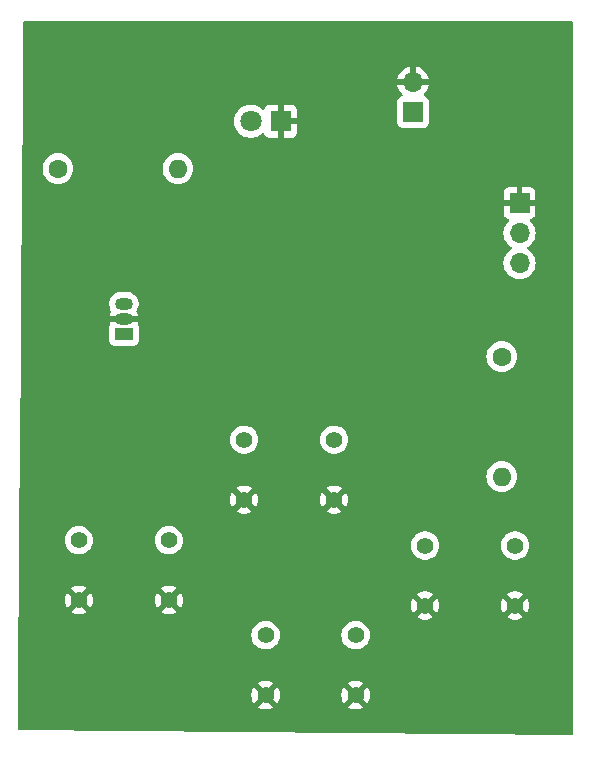
<source format=gbl>
G04 #@! TF.GenerationSoftware,KiCad,Pcbnew,8.0.1*
G04 #@! TF.CreationDate,2024-05-12T13:49:03-04:00*
G04 #@! TF.ProjectId,recyclobot,72656379-636c-46f6-926f-742e6b696361,rev?*
G04 #@! TF.SameCoordinates,Original*
G04 #@! TF.FileFunction,Copper,L2,Bot*
G04 #@! TF.FilePolarity,Positive*
%FSLAX46Y46*%
G04 Gerber Fmt 4.6, Leading zero omitted, Abs format (unit mm)*
G04 Created by KiCad (PCBNEW 8.0.1) date 2024-05-12 13:49:03*
%MOMM*%
%LPD*%
G01*
G04 APERTURE LIST*
G04 #@! TA.AperFunction,ComponentPad*
%ADD10R,1.700000X1.700000*%
G04 #@! TD*
G04 #@! TA.AperFunction,ComponentPad*
%ADD11O,1.700000X1.700000*%
G04 #@! TD*
G04 #@! TA.AperFunction,ComponentPad*
%ADD12R,1.500000X1.050000*%
G04 #@! TD*
G04 #@! TA.AperFunction,ComponentPad*
%ADD13O,1.500000X1.050000*%
G04 #@! TD*
G04 #@! TA.AperFunction,ComponentPad*
%ADD14C,1.397000*%
G04 #@! TD*
G04 #@! TA.AperFunction,ComponentPad*
%ADD15O,1.600000X1.600000*%
G04 #@! TD*
G04 #@! TA.AperFunction,ComponentPad*
%ADD16C,1.600000*%
G04 #@! TD*
G04 #@! TA.AperFunction,ComponentPad*
%ADD17R,1.800000X1.800000*%
G04 #@! TD*
G04 #@! TA.AperFunction,ComponentPad*
%ADD18C,1.800000*%
G04 #@! TD*
G04 #@! TA.AperFunction,ViaPad*
%ADD19C,0.600000*%
G04 #@! TD*
G04 APERTURE END LIST*
D10*
X174000000Y-75420000D03*
D11*
X174000000Y-77960000D03*
X174000000Y-80500000D03*
D10*
X165000000Y-67725000D03*
D11*
X165000000Y-65185000D03*
D12*
X140500000Y-86500000D03*
D13*
X140500000Y-85230000D03*
X140500000Y-83960000D03*
D14*
X166000000Y-104420000D03*
X173620000Y-104420000D03*
X166000000Y-109500000D03*
X173620000Y-109500000D03*
X150690000Y-95460000D03*
X158310000Y-95460000D03*
X150690000Y-100540000D03*
X158310000Y-100540000D03*
X152500000Y-112000000D03*
X160120000Y-112000000D03*
X152500000Y-117080000D03*
X160120000Y-117080000D03*
X136690000Y-103960000D03*
X144310000Y-103960000D03*
X136690000Y-109040000D03*
X144310000Y-109040000D03*
D15*
X145080000Y-72500000D03*
D16*
X134920000Y-72500000D03*
X172500000Y-88420000D03*
D15*
X172500000Y-98580000D03*
D17*
X153775000Y-68500000D03*
D18*
X151235000Y-68500000D03*
D19*
X159500000Y-93000000D03*
X147000000Y-117000000D03*
X159000000Y-74000000D03*
X137000000Y-95000000D03*
X172000000Y-117500000D03*
X136500000Y-117000000D03*
X138500000Y-65000000D03*
X175500000Y-67500000D03*
G04 #@! TA.AperFunction,Conductor*
G36*
X178442539Y-60020185D02*
G01*
X178488294Y-60072989D01*
X178499500Y-60124500D01*
X178499500Y-120368959D01*
X178479815Y-120435998D01*
X178427011Y-120481753D01*
X178374208Y-120492952D01*
X131628294Y-120006017D01*
X131561464Y-119985635D01*
X131516261Y-119932358D01*
X131505590Y-119881008D01*
X131523356Y-117713626D01*
X131528550Y-117080000D01*
X151296366Y-117080000D01*
X151316859Y-117301166D01*
X151316860Y-117301168D01*
X151377643Y-117514798D01*
X151377649Y-117514813D01*
X151476652Y-117713636D01*
X151492208Y-117734236D01*
X152093600Y-117132845D01*
X152093600Y-117133504D01*
X152121295Y-117236865D01*
X152174799Y-117329536D01*
X152250464Y-117405201D01*
X152343135Y-117458705D01*
X152446496Y-117486400D01*
X152447153Y-117486400D01*
X151847761Y-118085790D01*
X151847762Y-118085791D01*
X151963490Y-118157447D01*
X151963496Y-118157450D01*
X152170607Y-118237684D01*
X152388945Y-118278500D01*
X152611055Y-118278500D01*
X152829392Y-118237684D01*
X153036505Y-118157449D01*
X153036506Y-118157448D01*
X153152237Y-118085790D01*
X152552848Y-117486400D01*
X152553504Y-117486400D01*
X152656865Y-117458705D01*
X152749536Y-117405201D01*
X152825201Y-117329536D01*
X152878705Y-117236865D01*
X152906400Y-117133504D01*
X152906400Y-117132846D01*
X153507790Y-117734236D01*
X153523348Y-117713634D01*
X153523353Y-117713626D01*
X153622350Y-117514813D01*
X153622356Y-117514798D01*
X153683139Y-117301168D01*
X153683140Y-117301166D01*
X153703634Y-117080000D01*
X158916366Y-117080000D01*
X158936859Y-117301166D01*
X158936860Y-117301168D01*
X158997643Y-117514798D01*
X158997649Y-117514813D01*
X159096652Y-117713636D01*
X159112208Y-117734236D01*
X159713600Y-117132844D01*
X159713600Y-117133504D01*
X159741295Y-117236865D01*
X159794799Y-117329536D01*
X159870464Y-117405201D01*
X159963135Y-117458705D01*
X160066496Y-117486400D01*
X160067153Y-117486400D01*
X159467761Y-118085790D01*
X159467762Y-118085791D01*
X159583490Y-118157447D01*
X159583496Y-118157450D01*
X159790607Y-118237684D01*
X160008945Y-118278500D01*
X160231055Y-118278500D01*
X160449392Y-118237684D01*
X160656505Y-118157449D01*
X160656506Y-118157448D01*
X160772237Y-118085790D01*
X160172848Y-117486400D01*
X160173504Y-117486400D01*
X160276865Y-117458705D01*
X160369536Y-117405201D01*
X160445201Y-117329536D01*
X160498705Y-117236865D01*
X160526400Y-117133504D01*
X160526400Y-117132846D01*
X161127790Y-117734236D01*
X161143348Y-117713634D01*
X161143353Y-117713626D01*
X161242350Y-117514813D01*
X161242356Y-117514798D01*
X161303139Y-117301168D01*
X161303140Y-117301166D01*
X161323634Y-117080000D01*
X161323634Y-117079999D01*
X161303140Y-116858833D01*
X161303139Y-116858831D01*
X161242356Y-116645201D01*
X161242350Y-116645186D01*
X161143353Y-116446374D01*
X161143348Y-116446367D01*
X161127789Y-116425762D01*
X160526400Y-117027151D01*
X160526400Y-117026496D01*
X160498705Y-116923135D01*
X160445201Y-116830464D01*
X160369536Y-116754799D01*
X160276865Y-116701295D01*
X160173504Y-116673600D01*
X160172847Y-116673600D01*
X160772237Y-116074208D01*
X160772236Y-116074207D01*
X160656509Y-116002552D01*
X160656503Y-116002549D01*
X160449392Y-115922315D01*
X160231055Y-115881500D01*
X160008945Y-115881500D01*
X159790607Y-115922315D01*
X159583495Y-116002550D01*
X159467761Y-116074208D01*
X160067154Y-116673600D01*
X160066496Y-116673600D01*
X159963135Y-116701295D01*
X159870464Y-116754799D01*
X159794799Y-116830464D01*
X159741295Y-116923135D01*
X159713600Y-117026496D01*
X159713600Y-117027153D01*
X159112209Y-116425762D01*
X159096651Y-116446365D01*
X158997649Y-116645186D01*
X158997643Y-116645201D01*
X158936860Y-116858831D01*
X158936859Y-116858833D01*
X158916366Y-117079999D01*
X158916366Y-117080000D01*
X153703634Y-117080000D01*
X153703634Y-117079999D01*
X153683140Y-116858833D01*
X153683139Y-116858831D01*
X153622356Y-116645201D01*
X153622350Y-116645186D01*
X153523353Y-116446374D01*
X153523348Y-116446367D01*
X153507789Y-116425762D01*
X152906400Y-117027151D01*
X152906400Y-117026496D01*
X152878705Y-116923135D01*
X152825201Y-116830464D01*
X152749536Y-116754799D01*
X152656865Y-116701295D01*
X152553504Y-116673600D01*
X152552847Y-116673600D01*
X153152237Y-116074208D01*
X153152236Y-116074207D01*
X153036509Y-116002552D01*
X153036503Y-116002549D01*
X152829392Y-115922315D01*
X152611055Y-115881500D01*
X152388945Y-115881500D01*
X152170607Y-115922315D01*
X151963495Y-116002550D01*
X151847761Y-116074208D01*
X152447154Y-116673600D01*
X152446496Y-116673600D01*
X152343135Y-116701295D01*
X152250464Y-116754799D01*
X152174799Y-116830464D01*
X152121295Y-116923135D01*
X152093600Y-117026496D01*
X152093600Y-117027153D01*
X151492209Y-116425762D01*
X151476651Y-116446365D01*
X151377649Y-116645186D01*
X151377643Y-116645201D01*
X151316860Y-116858831D01*
X151316859Y-116858833D01*
X151296366Y-117079999D01*
X151296366Y-117080000D01*
X131528550Y-117080000D01*
X131570189Y-112000000D01*
X151295863Y-112000000D01*
X151316365Y-112221259D01*
X151316366Y-112221261D01*
X151377174Y-112434979D01*
X151377180Y-112434994D01*
X151476222Y-112633896D01*
X151610133Y-112811224D01*
X151774344Y-112960921D01*
X151774346Y-112960923D01*
X151963266Y-113077897D01*
X151963272Y-113077900D01*
X151992206Y-113089109D01*
X152170472Y-113158170D01*
X152388896Y-113199000D01*
X152388899Y-113199000D01*
X152611101Y-113199000D01*
X152611104Y-113199000D01*
X152829528Y-113158170D01*
X153036730Y-113077899D01*
X153225655Y-112960922D01*
X153389868Y-112811222D01*
X153523778Y-112633896D01*
X153622824Y-112434984D01*
X153683634Y-112221260D01*
X153704137Y-112000000D01*
X158915863Y-112000000D01*
X158936365Y-112221259D01*
X158936366Y-112221261D01*
X158997174Y-112434979D01*
X158997180Y-112434994D01*
X159096222Y-112633896D01*
X159230133Y-112811224D01*
X159394344Y-112960921D01*
X159394346Y-112960923D01*
X159583266Y-113077897D01*
X159583272Y-113077900D01*
X159612206Y-113089109D01*
X159790472Y-113158170D01*
X160008896Y-113199000D01*
X160008899Y-113199000D01*
X160231101Y-113199000D01*
X160231104Y-113199000D01*
X160449528Y-113158170D01*
X160656730Y-113077899D01*
X160845655Y-112960922D01*
X161009868Y-112811222D01*
X161143778Y-112633896D01*
X161242824Y-112434984D01*
X161303634Y-112221260D01*
X161324137Y-112000000D01*
X161303634Y-111778740D01*
X161242824Y-111565016D01*
X161143778Y-111366104D01*
X161009868Y-111188778D01*
X161009866Y-111188775D01*
X160845655Y-111039078D01*
X160845653Y-111039076D01*
X160656733Y-110922102D01*
X160656727Y-110922099D01*
X160549080Y-110880397D01*
X160449528Y-110841830D01*
X160231104Y-110801000D01*
X160008896Y-110801000D01*
X159790472Y-110841830D01*
X159740695Y-110861113D01*
X159583272Y-110922099D01*
X159583266Y-110922102D01*
X159394346Y-111039076D01*
X159394344Y-111039078D01*
X159230133Y-111188775D01*
X159096222Y-111366103D01*
X158997180Y-111565005D01*
X158997174Y-111565020D01*
X158936366Y-111778738D01*
X158936365Y-111778740D01*
X158915863Y-111999999D01*
X158915863Y-112000000D01*
X153704137Y-112000000D01*
X153683634Y-111778740D01*
X153622824Y-111565016D01*
X153523778Y-111366104D01*
X153389868Y-111188778D01*
X153389866Y-111188775D01*
X153225655Y-111039078D01*
X153225653Y-111039076D01*
X153036733Y-110922102D01*
X153036727Y-110922099D01*
X152929080Y-110880397D01*
X152829528Y-110841830D01*
X152611104Y-110801000D01*
X152388896Y-110801000D01*
X152170472Y-110841830D01*
X152120695Y-110861113D01*
X151963272Y-110922099D01*
X151963266Y-110922102D01*
X151774346Y-111039076D01*
X151774344Y-111039078D01*
X151610133Y-111188775D01*
X151476222Y-111366103D01*
X151377180Y-111565005D01*
X151377174Y-111565020D01*
X151316366Y-111778738D01*
X151316365Y-111778740D01*
X151295863Y-111999999D01*
X151295863Y-112000000D01*
X131570189Y-112000000D01*
X131594451Y-109040000D01*
X135486366Y-109040000D01*
X135506859Y-109261166D01*
X135506860Y-109261168D01*
X135567643Y-109474798D01*
X135567649Y-109474813D01*
X135666652Y-109673636D01*
X135682208Y-109694236D01*
X136283600Y-109092845D01*
X136283600Y-109093504D01*
X136311295Y-109196865D01*
X136364799Y-109289536D01*
X136440464Y-109365201D01*
X136533135Y-109418705D01*
X136636496Y-109446400D01*
X136637153Y-109446400D01*
X136037761Y-110045790D01*
X136037762Y-110045791D01*
X136153490Y-110117447D01*
X136153496Y-110117450D01*
X136360607Y-110197684D01*
X136578945Y-110238500D01*
X136801055Y-110238500D01*
X137019392Y-110197684D01*
X137226505Y-110117449D01*
X137226506Y-110117448D01*
X137342237Y-110045790D01*
X136742848Y-109446400D01*
X136743504Y-109446400D01*
X136846865Y-109418705D01*
X136939536Y-109365201D01*
X137015201Y-109289536D01*
X137068705Y-109196865D01*
X137096400Y-109093504D01*
X137096400Y-109092846D01*
X137697790Y-109694236D01*
X137713348Y-109673634D01*
X137713353Y-109673626D01*
X137812350Y-109474813D01*
X137812356Y-109474798D01*
X137873139Y-109261168D01*
X137873140Y-109261166D01*
X137893634Y-109040000D01*
X143106366Y-109040000D01*
X143126859Y-109261166D01*
X143126860Y-109261168D01*
X143187643Y-109474798D01*
X143187649Y-109474813D01*
X143286652Y-109673636D01*
X143302208Y-109694236D01*
X143903600Y-109092845D01*
X143903600Y-109093504D01*
X143931295Y-109196865D01*
X143984799Y-109289536D01*
X144060464Y-109365201D01*
X144153135Y-109418705D01*
X144256496Y-109446400D01*
X144257153Y-109446400D01*
X143657761Y-110045790D01*
X143657762Y-110045791D01*
X143773490Y-110117447D01*
X143773496Y-110117450D01*
X143980607Y-110197684D01*
X144198945Y-110238500D01*
X144421055Y-110238500D01*
X144639392Y-110197684D01*
X144846505Y-110117449D01*
X144846506Y-110117448D01*
X144962237Y-110045790D01*
X144362848Y-109446400D01*
X144363504Y-109446400D01*
X144466865Y-109418705D01*
X144559536Y-109365201D01*
X144635201Y-109289536D01*
X144688705Y-109196865D01*
X144716400Y-109093504D01*
X144716400Y-109092846D01*
X145317790Y-109694236D01*
X145333348Y-109673634D01*
X145333353Y-109673626D01*
X145419808Y-109500000D01*
X164796366Y-109500000D01*
X164816859Y-109721166D01*
X164816860Y-109721168D01*
X164877643Y-109934798D01*
X164877649Y-109934813D01*
X164976652Y-110133636D01*
X164992208Y-110154236D01*
X165593600Y-109552845D01*
X165593600Y-109553504D01*
X165621295Y-109656865D01*
X165674799Y-109749536D01*
X165750464Y-109825201D01*
X165843135Y-109878705D01*
X165946496Y-109906400D01*
X165947153Y-109906400D01*
X165347761Y-110505790D01*
X165347762Y-110505791D01*
X165463490Y-110577447D01*
X165463496Y-110577450D01*
X165670607Y-110657684D01*
X165888945Y-110698500D01*
X166111055Y-110698500D01*
X166329392Y-110657684D01*
X166536505Y-110577449D01*
X166536506Y-110577448D01*
X166652237Y-110505790D01*
X166052848Y-109906400D01*
X166053504Y-109906400D01*
X166156865Y-109878705D01*
X166249536Y-109825201D01*
X166325201Y-109749536D01*
X166378705Y-109656865D01*
X166406400Y-109553504D01*
X166406400Y-109552846D01*
X167007790Y-110154236D01*
X167023348Y-110133634D01*
X167023353Y-110133626D01*
X167122350Y-109934813D01*
X167122356Y-109934798D01*
X167183139Y-109721168D01*
X167183140Y-109721166D01*
X167203634Y-109500000D01*
X172416366Y-109500000D01*
X172436859Y-109721166D01*
X172436860Y-109721168D01*
X172497643Y-109934798D01*
X172497649Y-109934813D01*
X172596652Y-110133636D01*
X172612208Y-110154236D01*
X173213600Y-109552845D01*
X173213600Y-109553504D01*
X173241295Y-109656865D01*
X173294799Y-109749536D01*
X173370464Y-109825201D01*
X173463135Y-109878705D01*
X173566496Y-109906400D01*
X173567153Y-109906400D01*
X172967761Y-110505790D01*
X172967762Y-110505791D01*
X173083490Y-110577447D01*
X173083496Y-110577450D01*
X173290607Y-110657684D01*
X173508945Y-110698500D01*
X173731055Y-110698500D01*
X173949392Y-110657684D01*
X174156505Y-110577449D01*
X174156506Y-110577448D01*
X174272237Y-110505790D01*
X173672848Y-109906400D01*
X173673504Y-109906400D01*
X173776865Y-109878705D01*
X173869536Y-109825201D01*
X173945201Y-109749536D01*
X173998705Y-109656865D01*
X174026400Y-109553504D01*
X174026400Y-109552846D01*
X174627790Y-110154236D01*
X174643348Y-110133634D01*
X174643353Y-110133626D01*
X174742350Y-109934813D01*
X174742356Y-109934798D01*
X174803139Y-109721168D01*
X174803140Y-109721166D01*
X174823634Y-109500000D01*
X174823634Y-109499999D01*
X174803140Y-109278833D01*
X174803139Y-109278831D01*
X174742356Y-109065201D01*
X174742350Y-109065186D01*
X174643353Y-108866374D01*
X174643348Y-108866367D01*
X174627789Y-108845762D01*
X174026400Y-109447151D01*
X174026400Y-109446496D01*
X173998705Y-109343135D01*
X173945201Y-109250464D01*
X173869536Y-109174799D01*
X173776865Y-109121295D01*
X173673504Y-109093600D01*
X173672847Y-109093600D01*
X174272237Y-108494208D01*
X174272236Y-108494207D01*
X174156509Y-108422552D01*
X174156503Y-108422549D01*
X173949392Y-108342315D01*
X173731055Y-108301500D01*
X173508945Y-108301500D01*
X173290607Y-108342315D01*
X173083495Y-108422550D01*
X172967761Y-108494208D01*
X173567154Y-109093600D01*
X173566496Y-109093600D01*
X173463135Y-109121295D01*
X173370464Y-109174799D01*
X173294799Y-109250464D01*
X173241295Y-109343135D01*
X173213600Y-109446496D01*
X173213600Y-109447153D01*
X172612209Y-108845762D01*
X172596651Y-108866365D01*
X172497649Y-109065186D01*
X172497643Y-109065201D01*
X172436860Y-109278831D01*
X172436859Y-109278833D01*
X172416366Y-109499999D01*
X172416366Y-109500000D01*
X167203634Y-109500000D01*
X167203634Y-109499999D01*
X167183140Y-109278833D01*
X167183139Y-109278831D01*
X167122356Y-109065201D01*
X167122350Y-109065186D01*
X167023353Y-108866374D01*
X167023348Y-108866367D01*
X167007789Y-108845762D01*
X166406400Y-109447151D01*
X166406400Y-109446496D01*
X166378705Y-109343135D01*
X166325201Y-109250464D01*
X166249536Y-109174799D01*
X166156865Y-109121295D01*
X166053504Y-109093600D01*
X166052847Y-109093600D01*
X166652237Y-108494208D01*
X166652236Y-108494207D01*
X166536509Y-108422552D01*
X166536503Y-108422549D01*
X166329392Y-108342315D01*
X166111055Y-108301500D01*
X165888945Y-108301500D01*
X165670607Y-108342315D01*
X165463495Y-108422550D01*
X165347761Y-108494208D01*
X165947154Y-109093600D01*
X165946496Y-109093600D01*
X165843135Y-109121295D01*
X165750464Y-109174799D01*
X165674799Y-109250464D01*
X165621295Y-109343135D01*
X165593600Y-109446496D01*
X165593600Y-109447153D01*
X164992209Y-108845762D01*
X164976651Y-108866365D01*
X164877649Y-109065186D01*
X164877643Y-109065201D01*
X164816860Y-109278831D01*
X164816859Y-109278833D01*
X164796366Y-109499999D01*
X164796366Y-109500000D01*
X145419808Y-109500000D01*
X145432350Y-109474813D01*
X145432356Y-109474798D01*
X145493139Y-109261168D01*
X145493140Y-109261166D01*
X145513634Y-109040000D01*
X145513634Y-109039999D01*
X145493140Y-108818833D01*
X145493139Y-108818831D01*
X145432356Y-108605201D01*
X145432350Y-108605186D01*
X145333353Y-108406374D01*
X145333348Y-108406367D01*
X145317789Y-108385762D01*
X144716400Y-108987151D01*
X144716400Y-108986496D01*
X144688705Y-108883135D01*
X144635201Y-108790464D01*
X144559536Y-108714799D01*
X144466865Y-108661295D01*
X144363504Y-108633600D01*
X144362847Y-108633600D01*
X144962237Y-108034208D01*
X144962236Y-108034207D01*
X144846509Y-107962552D01*
X144846503Y-107962549D01*
X144639392Y-107882315D01*
X144421055Y-107841500D01*
X144198945Y-107841500D01*
X143980607Y-107882315D01*
X143773495Y-107962550D01*
X143657761Y-108034208D01*
X144257154Y-108633600D01*
X144256496Y-108633600D01*
X144153135Y-108661295D01*
X144060464Y-108714799D01*
X143984799Y-108790464D01*
X143931295Y-108883135D01*
X143903600Y-108986496D01*
X143903600Y-108987153D01*
X143302209Y-108385762D01*
X143286651Y-108406365D01*
X143187649Y-108605186D01*
X143187643Y-108605201D01*
X143126860Y-108818831D01*
X143126859Y-108818833D01*
X143106366Y-109039999D01*
X143106366Y-109040000D01*
X137893634Y-109040000D01*
X137893634Y-109039999D01*
X137873140Y-108818833D01*
X137873139Y-108818831D01*
X137812356Y-108605201D01*
X137812350Y-108605186D01*
X137713353Y-108406374D01*
X137713348Y-108406367D01*
X137697789Y-108385762D01*
X137096400Y-108987151D01*
X137096400Y-108986496D01*
X137068705Y-108883135D01*
X137015201Y-108790464D01*
X136939536Y-108714799D01*
X136846865Y-108661295D01*
X136743504Y-108633600D01*
X136742847Y-108633600D01*
X137342237Y-108034208D01*
X137342236Y-108034207D01*
X137226509Y-107962552D01*
X137226503Y-107962549D01*
X137019392Y-107882315D01*
X136801055Y-107841500D01*
X136578945Y-107841500D01*
X136360607Y-107882315D01*
X136153495Y-107962550D01*
X136037761Y-108034208D01*
X136637154Y-108633600D01*
X136636496Y-108633600D01*
X136533135Y-108661295D01*
X136440464Y-108714799D01*
X136364799Y-108790464D01*
X136311295Y-108883135D01*
X136283600Y-108986496D01*
X136283600Y-108987153D01*
X135682209Y-108385762D01*
X135666651Y-108406365D01*
X135567649Y-108605186D01*
X135567643Y-108605201D01*
X135506860Y-108818831D01*
X135506859Y-108818833D01*
X135486366Y-109039999D01*
X135486366Y-109040000D01*
X131594451Y-109040000D01*
X131636090Y-103960000D01*
X135485863Y-103960000D01*
X135506365Y-104181259D01*
X135506366Y-104181261D01*
X135567174Y-104394979D01*
X135567180Y-104394994D01*
X135666222Y-104593896D01*
X135800133Y-104771224D01*
X135964344Y-104920921D01*
X135964346Y-104920923D01*
X136153266Y-105037897D01*
X136153272Y-105037900D01*
X136182206Y-105049109D01*
X136360472Y-105118170D01*
X136578896Y-105159000D01*
X136578899Y-105159000D01*
X136801101Y-105159000D01*
X136801104Y-105159000D01*
X137019528Y-105118170D01*
X137226730Y-105037899D01*
X137415655Y-104920922D01*
X137579868Y-104771222D01*
X137713778Y-104593896D01*
X137812824Y-104394984D01*
X137873634Y-104181260D01*
X137894137Y-103960000D01*
X143105863Y-103960000D01*
X143126365Y-104181259D01*
X143126366Y-104181261D01*
X143187174Y-104394979D01*
X143187180Y-104394994D01*
X143286222Y-104593896D01*
X143420133Y-104771224D01*
X143584344Y-104920921D01*
X143584346Y-104920923D01*
X143773266Y-105037897D01*
X143773272Y-105037900D01*
X143802206Y-105049109D01*
X143980472Y-105118170D01*
X144198896Y-105159000D01*
X144198899Y-105159000D01*
X144421101Y-105159000D01*
X144421104Y-105159000D01*
X144639528Y-105118170D01*
X144846730Y-105037899D01*
X145035655Y-104920922D01*
X145199868Y-104771222D01*
X145333778Y-104593896D01*
X145420368Y-104420000D01*
X164795863Y-104420000D01*
X164816365Y-104641259D01*
X164816366Y-104641261D01*
X164877174Y-104854979D01*
X164877180Y-104854994D01*
X164976222Y-105053896D01*
X165110133Y-105231224D01*
X165274344Y-105380921D01*
X165274346Y-105380923D01*
X165463266Y-105497897D01*
X165463272Y-105497900D01*
X165492206Y-105509109D01*
X165670472Y-105578170D01*
X165888896Y-105619000D01*
X165888899Y-105619000D01*
X166111101Y-105619000D01*
X166111104Y-105619000D01*
X166329528Y-105578170D01*
X166536730Y-105497899D01*
X166725655Y-105380922D01*
X166889868Y-105231222D01*
X167023778Y-105053896D01*
X167122824Y-104854984D01*
X167183634Y-104641260D01*
X167204137Y-104420000D01*
X172415863Y-104420000D01*
X172436365Y-104641259D01*
X172436366Y-104641261D01*
X172497174Y-104854979D01*
X172497180Y-104854994D01*
X172596222Y-105053896D01*
X172730133Y-105231224D01*
X172894344Y-105380921D01*
X172894346Y-105380923D01*
X173083266Y-105497897D01*
X173083272Y-105497900D01*
X173112206Y-105509109D01*
X173290472Y-105578170D01*
X173508896Y-105619000D01*
X173508899Y-105619000D01*
X173731101Y-105619000D01*
X173731104Y-105619000D01*
X173949528Y-105578170D01*
X174156730Y-105497899D01*
X174345655Y-105380922D01*
X174509868Y-105231222D01*
X174643778Y-105053896D01*
X174742824Y-104854984D01*
X174803634Y-104641260D01*
X174824137Y-104420000D01*
X174821818Y-104394979D01*
X174803634Y-104198740D01*
X174803633Y-104198738D01*
X174798660Y-104181261D01*
X174742824Y-103985016D01*
X174643778Y-103786104D01*
X174509868Y-103608778D01*
X174509866Y-103608775D01*
X174345655Y-103459078D01*
X174345653Y-103459076D01*
X174156733Y-103342102D01*
X174156727Y-103342099D01*
X174049080Y-103300397D01*
X173949528Y-103261830D01*
X173731104Y-103221000D01*
X173508896Y-103221000D01*
X173290472Y-103261830D01*
X173240695Y-103281113D01*
X173083272Y-103342099D01*
X173083266Y-103342102D01*
X172894346Y-103459076D01*
X172894344Y-103459078D01*
X172730133Y-103608775D01*
X172596222Y-103786103D01*
X172497180Y-103985005D01*
X172497174Y-103985020D01*
X172436366Y-104198738D01*
X172436365Y-104198740D01*
X172415863Y-104419999D01*
X172415863Y-104420000D01*
X167204137Y-104420000D01*
X167201818Y-104394979D01*
X167183634Y-104198740D01*
X167183633Y-104198738D01*
X167178660Y-104181261D01*
X167122824Y-103985016D01*
X167023778Y-103786104D01*
X166889868Y-103608778D01*
X166889866Y-103608775D01*
X166725655Y-103459078D01*
X166725653Y-103459076D01*
X166536733Y-103342102D01*
X166536727Y-103342099D01*
X166429080Y-103300397D01*
X166329528Y-103261830D01*
X166111104Y-103221000D01*
X165888896Y-103221000D01*
X165670472Y-103261830D01*
X165620695Y-103281113D01*
X165463272Y-103342099D01*
X165463266Y-103342102D01*
X165274346Y-103459076D01*
X165274344Y-103459078D01*
X165110133Y-103608775D01*
X164976222Y-103786103D01*
X164877180Y-103985005D01*
X164877174Y-103985020D01*
X164816366Y-104198738D01*
X164816365Y-104198740D01*
X164795863Y-104419999D01*
X164795863Y-104420000D01*
X145420368Y-104420000D01*
X145432824Y-104394984D01*
X145493634Y-104181260D01*
X145514137Y-103960000D01*
X145493634Y-103738740D01*
X145432824Y-103525016D01*
X145333778Y-103326104D01*
X145199868Y-103148778D01*
X145199866Y-103148775D01*
X145035655Y-102999078D01*
X145035653Y-102999076D01*
X144846733Y-102882102D01*
X144846727Y-102882099D01*
X144739080Y-102840397D01*
X144639528Y-102801830D01*
X144421104Y-102761000D01*
X144198896Y-102761000D01*
X143980472Y-102801830D01*
X143930695Y-102821113D01*
X143773272Y-102882099D01*
X143773266Y-102882102D01*
X143584346Y-102999076D01*
X143584344Y-102999078D01*
X143420133Y-103148775D01*
X143286222Y-103326103D01*
X143187180Y-103525005D01*
X143187174Y-103525020D01*
X143126366Y-103738738D01*
X143126365Y-103738740D01*
X143105863Y-103959999D01*
X143105863Y-103960000D01*
X137894137Y-103960000D01*
X137873634Y-103738740D01*
X137812824Y-103525016D01*
X137713778Y-103326104D01*
X137579868Y-103148778D01*
X137579866Y-103148775D01*
X137415655Y-102999078D01*
X137415653Y-102999076D01*
X137226733Y-102882102D01*
X137226727Y-102882099D01*
X137119080Y-102840397D01*
X137019528Y-102801830D01*
X136801104Y-102761000D01*
X136578896Y-102761000D01*
X136360472Y-102801830D01*
X136310695Y-102821113D01*
X136153272Y-102882099D01*
X136153266Y-102882102D01*
X135964346Y-102999076D01*
X135964344Y-102999078D01*
X135800133Y-103148775D01*
X135666222Y-103326103D01*
X135567180Y-103525005D01*
X135567174Y-103525020D01*
X135506366Y-103738738D01*
X135506365Y-103738740D01*
X135485863Y-103959999D01*
X135485863Y-103960000D01*
X131636090Y-103960000D01*
X131664123Y-100540000D01*
X149486366Y-100540000D01*
X149506859Y-100761166D01*
X149506860Y-100761168D01*
X149567643Y-100974798D01*
X149567649Y-100974813D01*
X149666652Y-101173636D01*
X149682208Y-101194236D01*
X150283600Y-100592845D01*
X150283600Y-100593504D01*
X150311295Y-100696865D01*
X150364799Y-100789536D01*
X150440464Y-100865201D01*
X150533135Y-100918705D01*
X150636496Y-100946400D01*
X150637153Y-100946400D01*
X150037761Y-101545790D01*
X150037762Y-101545791D01*
X150153490Y-101617447D01*
X150153496Y-101617450D01*
X150360607Y-101697684D01*
X150578945Y-101738500D01*
X150801055Y-101738500D01*
X151019392Y-101697684D01*
X151226505Y-101617449D01*
X151226506Y-101617448D01*
X151342237Y-101545790D01*
X150742848Y-100946400D01*
X150743504Y-100946400D01*
X150846865Y-100918705D01*
X150939536Y-100865201D01*
X151015201Y-100789536D01*
X151068705Y-100696865D01*
X151096400Y-100593504D01*
X151096400Y-100592846D01*
X151697790Y-101194236D01*
X151713348Y-101173634D01*
X151713353Y-101173626D01*
X151812350Y-100974813D01*
X151812356Y-100974798D01*
X151873139Y-100761168D01*
X151873140Y-100761166D01*
X151893634Y-100540000D01*
X157106366Y-100540000D01*
X157126859Y-100761166D01*
X157126860Y-100761168D01*
X157187643Y-100974798D01*
X157187649Y-100974813D01*
X157286652Y-101173636D01*
X157302208Y-101194236D01*
X157903600Y-100592845D01*
X157903600Y-100593504D01*
X157931295Y-100696865D01*
X157984799Y-100789536D01*
X158060464Y-100865201D01*
X158153135Y-100918705D01*
X158256496Y-100946400D01*
X158257153Y-100946400D01*
X157657761Y-101545790D01*
X157657762Y-101545791D01*
X157773490Y-101617447D01*
X157773496Y-101617450D01*
X157980607Y-101697684D01*
X158198945Y-101738500D01*
X158421055Y-101738500D01*
X158639392Y-101697684D01*
X158846505Y-101617449D01*
X158846506Y-101617448D01*
X158962237Y-101545790D01*
X158362848Y-100946400D01*
X158363504Y-100946400D01*
X158466865Y-100918705D01*
X158559536Y-100865201D01*
X158635201Y-100789536D01*
X158688705Y-100696865D01*
X158716400Y-100593504D01*
X158716400Y-100592846D01*
X159317790Y-101194236D01*
X159333348Y-101173634D01*
X159333353Y-101173626D01*
X159432350Y-100974813D01*
X159432356Y-100974798D01*
X159493139Y-100761168D01*
X159493140Y-100761166D01*
X159513634Y-100540000D01*
X159513634Y-100539999D01*
X159493140Y-100318833D01*
X159493139Y-100318831D01*
X159432356Y-100105201D01*
X159432350Y-100105186D01*
X159333353Y-99906374D01*
X159333348Y-99906367D01*
X159317789Y-99885762D01*
X158716400Y-100487151D01*
X158716400Y-100486496D01*
X158688705Y-100383135D01*
X158635201Y-100290464D01*
X158559536Y-100214799D01*
X158466865Y-100161295D01*
X158363504Y-100133600D01*
X158362847Y-100133600D01*
X158962237Y-99534208D01*
X158962236Y-99534207D01*
X158846509Y-99462552D01*
X158846503Y-99462549D01*
X158639392Y-99382315D01*
X158421055Y-99341500D01*
X158198945Y-99341500D01*
X157980607Y-99382315D01*
X157773495Y-99462550D01*
X157657761Y-99534208D01*
X158257154Y-100133600D01*
X158256496Y-100133600D01*
X158153135Y-100161295D01*
X158060464Y-100214799D01*
X157984799Y-100290464D01*
X157931295Y-100383135D01*
X157903600Y-100486496D01*
X157903600Y-100487153D01*
X157302209Y-99885762D01*
X157286651Y-99906365D01*
X157187649Y-100105186D01*
X157187643Y-100105201D01*
X157126860Y-100318831D01*
X157126859Y-100318833D01*
X157106366Y-100539999D01*
X157106366Y-100540000D01*
X151893634Y-100540000D01*
X151893634Y-100539999D01*
X151873140Y-100318833D01*
X151873139Y-100318831D01*
X151812356Y-100105201D01*
X151812350Y-100105186D01*
X151713353Y-99906374D01*
X151713348Y-99906367D01*
X151697789Y-99885762D01*
X151096400Y-100487151D01*
X151096400Y-100486496D01*
X151068705Y-100383135D01*
X151015201Y-100290464D01*
X150939536Y-100214799D01*
X150846865Y-100161295D01*
X150743504Y-100133600D01*
X150742847Y-100133600D01*
X151342237Y-99534208D01*
X151342236Y-99534207D01*
X151226509Y-99462552D01*
X151226503Y-99462549D01*
X151019392Y-99382315D01*
X150801055Y-99341500D01*
X150578945Y-99341500D01*
X150360607Y-99382315D01*
X150153495Y-99462550D01*
X150037761Y-99534208D01*
X150637154Y-100133600D01*
X150636496Y-100133600D01*
X150533135Y-100161295D01*
X150440464Y-100214799D01*
X150364799Y-100290464D01*
X150311295Y-100383135D01*
X150283600Y-100486496D01*
X150283600Y-100487153D01*
X149682209Y-99885762D01*
X149666651Y-99906365D01*
X149567649Y-100105186D01*
X149567643Y-100105201D01*
X149506860Y-100318831D01*
X149506859Y-100318833D01*
X149486366Y-100539999D01*
X149486366Y-100540000D01*
X131664123Y-100540000D01*
X131680188Y-98580001D01*
X171194532Y-98580001D01*
X171214364Y-98806686D01*
X171214366Y-98806697D01*
X171273258Y-99026488D01*
X171273261Y-99026497D01*
X171369431Y-99232732D01*
X171369432Y-99232734D01*
X171499954Y-99419141D01*
X171660858Y-99580045D01*
X171660861Y-99580047D01*
X171847266Y-99710568D01*
X172053504Y-99806739D01*
X172273308Y-99865635D01*
X172435230Y-99879801D01*
X172499998Y-99885468D01*
X172500000Y-99885468D01*
X172500002Y-99885468D01*
X172556673Y-99880509D01*
X172726692Y-99865635D01*
X172946496Y-99806739D01*
X173152734Y-99710568D01*
X173339139Y-99580047D01*
X173500047Y-99419139D01*
X173630568Y-99232734D01*
X173726739Y-99026496D01*
X173785635Y-98806692D01*
X173805468Y-98580000D01*
X173785635Y-98353308D01*
X173726739Y-98133504D01*
X173630568Y-97927266D01*
X173500047Y-97740861D01*
X173500045Y-97740858D01*
X173339141Y-97579954D01*
X173152734Y-97449432D01*
X173152732Y-97449431D01*
X172946497Y-97353261D01*
X172946488Y-97353258D01*
X172726697Y-97294366D01*
X172726693Y-97294365D01*
X172726692Y-97294365D01*
X172726691Y-97294364D01*
X172726686Y-97294364D01*
X172500002Y-97274532D01*
X172499998Y-97274532D01*
X172273313Y-97294364D01*
X172273302Y-97294366D01*
X172053511Y-97353258D01*
X172053502Y-97353261D01*
X171847267Y-97449431D01*
X171847265Y-97449432D01*
X171660858Y-97579954D01*
X171499954Y-97740858D01*
X171369432Y-97927265D01*
X171369431Y-97927267D01*
X171273261Y-98133502D01*
X171273258Y-98133511D01*
X171214366Y-98353302D01*
X171214364Y-98353313D01*
X171194532Y-98579998D01*
X171194532Y-98580001D01*
X131680188Y-98580001D01*
X131705762Y-95460000D01*
X149485863Y-95460000D01*
X149506365Y-95681259D01*
X149506366Y-95681261D01*
X149567174Y-95894979D01*
X149567180Y-95894994D01*
X149666222Y-96093896D01*
X149800133Y-96271224D01*
X149964344Y-96420921D01*
X149964346Y-96420923D01*
X150153266Y-96537897D01*
X150153272Y-96537900D01*
X150182206Y-96549109D01*
X150360472Y-96618170D01*
X150578896Y-96659000D01*
X150578899Y-96659000D01*
X150801101Y-96659000D01*
X150801104Y-96659000D01*
X151019528Y-96618170D01*
X151226730Y-96537899D01*
X151415655Y-96420922D01*
X151579868Y-96271222D01*
X151713778Y-96093896D01*
X151812824Y-95894984D01*
X151873634Y-95681260D01*
X151894137Y-95460000D01*
X157105863Y-95460000D01*
X157126365Y-95681259D01*
X157126366Y-95681261D01*
X157187174Y-95894979D01*
X157187180Y-95894994D01*
X157286222Y-96093896D01*
X157420133Y-96271224D01*
X157584344Y-96420921D01*
X157584346Y-96420923D01*
X157773266Y-96537897D01*
X157773272Y-96537900D01*
X157802206Y-96549109D01*
X157980472Y-96618170D01*
X158198896Y-96659000D01*
X158198899Y-96659000D01*
X158421101Y-96659000D01*
X158421104Y-96659000D01*
X158639528Y-96618170D01*
X158846730Y-96537899D01*
X159035655Y-96420922D01*
X159199868Y-96271222D01*
X159333778Y-96093896D01*
X159432824Y-95894984D01*
X159493634Y-95681260D01*
X159514137Y-95460000D01*
X159493634Y-95238740D01*
X159432824Y-95025016D01*
X159333778Y-94826104D01*
X159199868Y-94648778D01*
X159199866Y-94648775D01*
X159035655Y-94499078D01*
X159035653Y-94499076D01*
X158846733Y-94382102D01*
X158846727Y-94382099D01*
X158739080Y-94340397D01*
X158639528Y-94301830D01*
X158421104Y-94261000D01*
X158198896Y-94261000D01*
X157980472Y-94301830D01*
X157930695Y-94321113D01*
X157773272Y-94382099D01*
X157773266Y-94382102D01*
X157584346Y-94499076D01*
X157584344Y-94499078D01*
X157420133Y-94648775D01*
X157286222Y-94826103D01*
X157187180Y-95025005D01*
X157187174Y-95025020D01*
X157126366Y-95238738D01*
X157126365Y-95238740D01*
X157105863Y-95459999D01*
X157105863Y-95460000D01*
X151894137Y-95460000D01*
X151873634Y-95238740D01*
X151812824Y-95025016D01*
X151713778Y-94826104D01*
X151579868Y-94648778D01*
X151579866Y-94648775D01*
X151415655Y-94499078D01*
X151415653Y-94499076D01*
X151226733Y-94382102D01*
X151226727Y-94382099D01*
X151119080Y-94340397D01*
X151019528Y-94301830D01*
X150801104Y-94261000D01*
X150578896Y-94261000D01*
X150360472Y-94301830D01*
X150310695Y-94321113D01*
X150153272Y-94382099D01*
X150153266Y-94382102D01*
X149964346Y-94499076D01*
X149964344Y-94499078D01*
X149800133Y-94648775D01*
X149666222Y-94826103D01*
X149567180Y-95025005D01*
X149567174Y-95025020D01*
X149506366Y-95238738D01*
X149506365Y-95238740D01*
X149485863Y-95459999D01*
X149485863Y-95460000D01*
X131705762Y-95460000D01*
X131763467Y-88420001D01*
X171194532Y-88420001D01*
X171214364Y-88646686D01*
X171214366Y-88646697D01*
X171273258Y-88866488D01*
X171273261Y-88866497D01*
X171369431Y-89072732D01*
X171369432Y-89072734D01*
X171499954Y-89259141D01*
X171660858Y-89420045D01*
X171660861Y-89420047D01*
X171847266Y-89550568D01*
X172053504Y-89646739D01*
X172273308Y-89705635D01*
X172435230Y-89719801D01*
X172499998Y-89725468D01*
X172500000Y-89725468D01*
X172500002Y-89725468D01*
X172556673Y-89720509D01*
X172726692Y-89705635D01*
X172946496Y-89646739D01*
X173152734Y-89550568D01*
X173339139Y-89420047D01*
X173500047Y-89259139D01*
X173630568Y-89072734D01*
X173726739Y-88866496D01*
X173785635Y-88646692D01*
X173805468Y-88420000D01*
X173785635Y-88193308D01*
X173726739Y-87973504D01*
X173630568Y-87767266D01*
X173500047Y-87580861D01*
X173500045Y-87580858D01*
X173339141Y-87419954D01*
X173152734Y-87289432D01*
X173152732Y-87289431D01*
X172946497Y-87193261D01*
X172946488Y-87193258D01*
X172726697Y-87134366D01*
X172726693Y-87134365D01*
X172726692Y-87134365D01*
X172726691Y-87134364D01*
X172726686Y-87134364D01*
X172500002Y-87114532D01*
X172499998Y-87114532D01*
X172273313Y-87134364D01*
X172273302Y-87134366D01*
X172053511Y-87193258D01*
X172053502Y-87193261D01*
X171847267Y-87289431D01*
X171847265Y-87289432D01*
X171660858Y-87419954D01*
X171499954Y-87580858D01*
X171369432Y-87767265D01*
X171369431Y-87767267D01*
X171273261Y-87973502D01*
X171273258Y-87973511D01*
X171214366Y-88193302D01*
X171214364Y-88193313D01*
X171194532Y-88419998D01*
X171194532Y-88420001D01*
X131763467Y-88420001D01*
X131774509Y-87072870D01*
X139249500Y-87072870D01*
X139249501Y-87072876D01*
X139255908Y-87132483D01*
X139306202Y-87267328D01*
X139306206Y-87267335D01*
X139392452Y-87382544D01*
X139392455Y-87382547D01*
X139507664Y-87468793D01*
X139507671Y-87468797D01*
X139642517Y-87519091D01*
X139642516Y-87519091D01*
X139649444Y-87519835D01*
X139702127Y-87525500D01*
X141297872Y-87525499D01*
X141357483Y-87519091D01*
X141492331Y-87468796D01*
X141607546Y-87382546D01*
X141693796Y-87267331D01*
X141744091Y-87132483D01*
X141750500Y-87072873D01*
X141750499Y-85927128D01*
X141744091Y-85867517D01*
X141693797Y-85732671D01*
X141693797Y-85732670D01*
X141693795Y-85732668D01*
X141692618Y-85731095D01*
X141691931Y-85729255D01*
X141689547Y-85724888D01*
X141690175Y-85724544D01*
X141668203Y-85665630D01*
X141677326Y-85609333D01*
X141710610Y-85528978D01*
X141710611Y-85528974D01*
X141720353Y-85480000D01*
X141355671Y-85480000D01*
X141342415Y-85479289D01*
X141297873Y-85474500D01*
X141297872Y-85474500D01*
X140785830Y-85474500D01*
X140800075Y-85460255D01*
X140849444Y-85374745D01*
X140875000Y-85279370D01*
X140875000Y-85180630D01*
X140849444Y-85085255D01*
X140800075Y-84999745D01*
X140785830Y-84985500D01*
X140826004Y-84985500D01*
X140826004Y-84985499D01*
X140839473Y-84982820D01*
X140841674Y-84982383D01*
X140865866Y-84980000D01*
X141720353Y-84980000D01*
X141710612Y-84931025D01*
X141710609Y-84931016D01*
X141633347Y-84744486D01*
X141633343Y-84744479D01*
X141579795Y-84664340D01*
X141558917Y-84597662D01*
X141577401Y-84530282D01*
X141579733Y-84526652D01*
X141633786Y-84445756D01*
X141711091Y-84259127D01*
X141750500Y-84061003D01*
X141750500Y-83858997D01*
X141711091Y-83660873D01*
X141633786Y-83474244D01*
X141633784Y-83474241D01*
X141633782Y-83474237D01*
X141521558Y-83306281D01*
X141378718Y-83163441D01*
X141210762Y-83051217D01*
X141210752Y-83051212D01*
X141024127Y-82973909D01*
X141024119Y-82973907D01*
X140826007Y-82934500D01*
X140826003Y-82934500D01*
X140173997Y-82934500D01*
X140173992Y-82934500D01*
X139975880Y-82973907D01*
X139975872Y-82973909D01*
X139789247Y-83051212D01*
X139789237Y-83051217D01*
X139621281Y-83163441D01*
X139478441Y-83306281D01*
X139366217Y-83474237D01*
X139366212Y-83474247D01*
X139288909Y-83660872D01*
X139288907Y-83660880D01*
X139249500Y-83858992D01*
X139249500Y-84061007D01*
X139288907Y-84259119D01*
X139288909Y-84259127D01*
X139366212Y-84445754D01*
X139420204Y-84526558D01*
X139441081Y-84593235D01*
X139422596Y-84660615D01*
X139420204Y-84664337D01*
X139366655Y-84744479D01*
X139366654Y-84744481D01*
X139289390Y-84931016D01*
X139289387Y-84931025D01*
X139279647Y-84980000D01*
X140134134Y-84980000D01*
X140158326Y-84982383D01*
X140161123Y-84982939D01*
X140173995Y-84985499D01*
X140173996Y-84985500D01*
X140173997Y-84985500D01*
X140214170Y-84985500D01*
X140199925Y-84999745D01*
X140150556Y-85085255D01*
X140125000Y-85180630D01*
X140125000Y-85279370D01*
X140150556Y-85374745D01*
X140199925Y-85460255D01*
X140214170Y-85474500D01*
X139702129Y-85474500D01*
X139702125Y-85474501D01*
X139669577Y-85478000D01*
X139657576Y-85479290D01*
X139644325Y-85480000D01*
X139279647Y-85480000D01*
X139289387Y-85528974D01*
X139289390Y-85528983D01*
X139322673Y-85609335D01*
X139330142Y-85678804D01*
X139310156Y-85724723D01*
X139310454Y-85724886D01*
X139308636Y-85728213D01*
X139307385Y-85731090D01*
X139306206Y-85732664D01*
X139306202Y-85732671D01*
X139255908Y-85867517D01*
X139249501Y-85927116D01*
X139249501Y-85927123D01*
X139249500Y-85927135D01*
X139249500Y-87072870D01*
X131774509Y-87072870D01*
X131828385Y-80500000D01*
X172644341Y-80500000D01*
X172664936Y-80735403D01*
X172664938Y-80735413D01*
X172726094Y-80963655D01*
X172726096Y-80963659D01*
X172726097Y-80963663D01*
X172825965Y-81177830D01*
X172825967Y-81177834D01*
X172934281Y-81332521D01*
X172961505Y-81371401D01*
X173128599Y-81538495D01*
X173225384Y-81606265D01*
X173322165Y-81674032D01*
X173322167Y-81674033D01*
X173322170Y-81674035D01*
X173536337Y-81773903D01*
X173764592Y-81835063D01*
X173952918Y-81851539D01*
X173999999Y-81855659D01*
X174000000Y-81855659D01*
X174000001Y-81855659D01*
X174039234Y-81852226D01*
X174235408Y-81835063D01*
X174463663Y-81773903D01*
X174677830Y-81674035D01*
X174871401Y-81538495D01*
X175038495Y-81371401D01*
X175174035Y-81177830D01*
X175273903Y-80963663D01*
X175335063Y-80735408D01*
X175355659Y-80500000D01*
X175335063Y-80264592D01*
X175273903Y-80036337D01*
X175174035Y-79822171D01*
X175038495Y-79628599D01*
X175038494Y-79628597D01*
X174871402Y-79461506D01*
X174871396Y-79461501D01*
X174685842Y-79331575D01*
X174642217Y-79276998D01*
X174635023Y-79207500D01*
X174666546Y-79145145D01*
X174685842Y-79128425D01*
X174708026Y-79112891D01*
X174871401Y-78998495D01*
X175038495Y-78831401D01*
X175174035Y-78637830D01*
X175273903Y-78423663D01*
X175335063Y-78195408D01*
X175355659Y-77960000D01*
X175335063Y-77724592D01*
X175273903Y-77496337D01*
X175174035Y-77282171D01*
X175038495Y-77088599D01*
X174916179Y-76966283D01*
X174882696Y-76904963D01*
X174887680Y-76835271D01*
X174929551Y-76779337D01*
X174960529Y-76762422D01*
X175092086Y-76713354D01*
X175092093Y-76713350D01*
X175207187Y-76627190D01*
X175207190Y-76627187D01*
X175293350Y-76512093D01*
X175293354Y-76512086D01*
X175343596Y-76377379D01*
X175343598Y-76377372D01*
X175349999Y-76317844D01*
X175350000Y-76317827D01*
X175350000Y-75670000D01*
X174433012Y-75670000D01*
X174465925Y-75612993D01*
X174500000Y-75485826D01*
X174500000Y-75354174D01*
X174465925Y-75227007D01*
X174433012Y-75170000D01*
X175350000Y-75170000D01*
X175350000Y-74522172D01*
X175349999Y-74522155D01*
X175343598Y-74462627D01*
X175343596Y-74462620D01*
X175293354Y-74327913D01*
X175293350Y-74327906D01*
X175207190Y-74212812D01*
X175207187Y-74212809D01*
X175092093Y-74126649D01*
X175092086Y-74126645D01*
X174957379Y-74076403D01*
X174957372Y-74076401D01*
X174897844Y-74070000D01*
X174250000Y-74070000D01*
X174250000Y-74986988D01*
X174192993Y-74954075D01*
X174065826Y-74920000D01*
X173934174Y-74920000D01*
X173807007Y-74954075D01*
X173750000Y-74986988D01*
X173750000Y-74070000D01*
X173102155Y-74070000D01*
X173042627Y-74076401D01*
X173042620Y-74076403D01*
X172907913Y-74126645D01*
X172907906Y-74126649D01*
X172792812Y-74212809D01*
X172792809Y-74212812D01*
X172706649Y-74327906D01*
X172706645Y-74327913D01*
X172656403Y-74462620D01*
X172656401Y-74462627D01*
X172650000Y-74522155D01*
X172650000Y-75170000D01*
X173566988Y-75170000D01*
X173534075Y-75227007D01*
X173500000Y-75354174D01*
X173500000Y-75485826D01*
X173534075Y-75612993D01*
X173566988Y-75670000D01*
X172650000Y-75670000D01*
X172650000Y-76317844D01*
X172656401Y-76377372D01*
X172656403Y-76377379D01*
X172706645Y-76512086D01*
X172706649Y-76512093D01*
X172792809Y-76627187D01*
X172792812Y-76627190D01*
X172907906Y-76713350D01*
X172907913Y-76713354D01*
X173039470Y-76762421D01*
X173095403Y-76804292D01*
X173119821Y-76869756D01*
X173104970Y-76938029D01*
X173083819Y-76966284D01*
X172961503Y-77088600D01*
X172825965Y-77282169D01*
X172825964Y-77282171D01*
X172726098Y-77496335D01*
X172726094Y-77496344D01*
X172664938Y-77724586D01*
X172664936Y-77724596D01*
X172644341Y-77959999D01*
X172644341Y-77960000D01*
X172664936Y-78195403D01*
X172664938Y-78195413D01*
X172726094Y-78423655D01*
X172726096Y-78423659D01*
X172726097Y-78423663D01*
X172825965Y-78637830D01*
X172825967Y-78637834D01*
X172961501Y-78831395D01*
X172961506Y-78831402D01*
X173128597Y-78998493D01*
X173128603Y-78998498D01*
X173314158Y-79128425D01*
X173357783Y-79183002D01*
X173364977Y-79252500D01*
X173333454Y-79314855D01*
X173314158Y-79331575D01*
X173128597Y-79461505D01*
X172961505Y-79628597D01*
X172825965Y-79822169D01*
X172825964Y-79822171D01*
X172726098Y-80036335D01*
X172726094Y-80036344D01*
X172664938Y-80264586D01*
X172664936Y-80264596D01*
X172644341Y-80499999D01*
X172644341Y-80500000D01*
X131828385Y-80500000D01*
X131853005Y-77496337D01*
X131893959Y-72500001D01*
X133614532Y-72500001D01*
X133634364Y-72726686D01*
X133634366Y-72726697D01*
X133693258Y-72946488D01*
X133693261Y-72946497D01*
X133789431Y-73152732D01*
X133789432Y-73152734D01*
X133919954Y-73339141D01*
X134080858Y-73500045D01*
X134080861Y-73500047D01*
X134267266Y-73630568D01*
X134473504Y-73726739D01*
X134693308Y-73785635D01*
X134855230Y-73799801D01*
X134919998Y-73805468D01*
X134920000Y-73805468D01*
X134920002Y-73805468D01*
X134976673Y-73800509D01*
X135146692Y-73785635D01*
X135366496Y-73726739D01*
X135572734Y-73630568D01*
X135759139Y-73500047D01*
X135920047Y-73339139D01*
X136050568Y-73152734D01*
X136146739Y-72946496D01*
X136205635Y-72726692D01*
X136225468Y-72500001D01*
X143774532Y-72500001D01*
X143794364Y-72726686D01*
X143794366Y-72726697D01*
X143853258Y-72946488D01*
X143853261Y-72946497D01*
X143949431Y-73152732D01*
X143949432Y-73152734D01*
X144079954Y-73339141D01*
X144240858Y-73500045D01*
X144240861Y-73500047D01*
X144427266Y-73630568D01*
X144633504Y-73726739D01*
X144853308Y-73785635D01*
X145015230Y-73799801D01*
X145079998Y-73805468D01*
X145080000Y-73805468D01*
X145080002Y-73805468D01*
X145136673Y-73800509D01*
X145306692Y-73785635D01*
X145526496Y-73726739D01*
X145732734Y-73630568D01*
X145919139Y-73500047D01*
X146080047Y-73339139D01*
X146210568Y-73152734D01*
X146306739Y-72946496D01*
X146365635Y-72726692D01*
X146385468Y-72500000D01*
X146365635Y-72273308D01*
X146306739Y-72053504D01*
X146210568Y-71847266D01*
X146080047Y-71660861D01*
X146080045Y-71660858D01*
X145919141Y-71499954D01*
X145732734Y-71369432D01*
X145732732Y-71369431D01*
X145526497Y-71273261D01*
X145526488Y-71273258D01*
X145306697Y-71214366D01*
X145306693Y-71214365D01*
X145306692Y-71214365D01*
X145306691Y-71214364D01*
X145306686Y-71214364D01*
X145080002Y-71194532D01*
X145079998Y-71194532D01*
X144853313Y-71214364D01*
X144853302Y-71214366D01*
X144633511Y-71273258D01*
X144633502Y-71273261D01*
X144427267Y-71369431D01*
X144427265Y-71369432D01*
X144240858Y-71499954D01*
X144079954Y-71660858D01*
X143949432Y-71847265D01*
X143949431Y-71847267D01*
X143853261Y-72053502D01*
X143853258Y-72053511D01*
X143794366Y-72273302D01*
X143794364Y-72273313D01*
X143774532Y-72499998D01*
X143774532Y-72500001D01*
X136225468Y-72500001D01*
X136225468Y-72500000D01*
X136205635Y-72273308D01*
X136146739Y-72053504D01*
X136050568Y-71847266D01*
X135920047Y-71660861D01*
X135920045Y-71660858D01*
X135759141Y-71499954D01*
X135572734Y-71369432D01*
X135572732Y-71369431D01*
X135366497Y-71273261D01*
X135366488Y-71273258D01*
X135146697Y-71214366D01*
X135146693Y-71214365D01*
X135146692Y-71214365D01*
X135146691Y-71214364D01*
X135146686Y-71214364D01*
X134920002Y-71194532D01*
X134919998Y-71194532D01*
X134693313Y-71214364D01*
X134693302Y-71214366D01*
X134473511Y-71273258D01*
X134473502Y-71273261D01*
X134267267Y-71369431D01*
X134267265Y-71369432D01*
X134080858Y-71499954D01*
X133919954Y-71660858D01*
X133789432Y-71847265D01*
X133789431Y-71847267D01*
X133693261Y-72053502D01*
X133693258Y-72053511D01*
X133634366Y-72273302D01*
X133634364Y-72273313D01*
X133614532Y-72499998D01*
X133614532Y-72500001D01*
X131893959Y-72500001D01*
X131926746Y-68500006D01*
X149829700Y-68500006D01*
X149848864Y-68731297D01*
X149848866Y-68731308D01*
X149905842Y-68956300D01*
X149999075Y-69168848D01*
X150126016Y-69363147D01*
X150126019Y-69363151D01*
X150126021Y-69363153D01*
X150283216Y-69533913D01*
X150283219Y-69533915D01*
X150283222Y-69533918D01*
X150466365Y-69676464D01*
X150466371Y-69676468D01*
X150466374Y-69676470D01*
X150670497Y-69786936D01*
X150784487Y-69826068D01*
X150890015Y-69862297D01*
X150890017Y-69862297D01*
X150890019Y-69862298D01*
X151118951Y-69900500D01*
X151118952Y-69900500D01*
X151351048Y-69900500D01*
X151351049Y-69900500D01*
X151579981Y-69862298D01*
X151799503Y-69786936D01*
X152003626Y-69676470D01*
X152186784Y-69533913D01*
X152195511Y-69524432D01*
X152255394Y-69488441D01*
X152325232Y-69490538D01*
X152382850Y-69530060D01*
X152402924Y-69565080D01*
X152431645Y-69642086D01*
X152431649Y-69642093D01*
X152517809Y-69757187D01*
X152517812Y-69757190D01*
X152632906Y-69843350D01*
X152632913Y-69843354D01*
X152767620Y-69893596D01*
X152767627Y-69893598D01*
X152827155Y-69899999D01*
X152827172Y-69900000D01*
X153525000Y-69900000D01*
X153525000Y-68875277D01*
X153601306Y-68919333D01*
X153715756Y-68950000D01*
X153834244Y-68950000D01*
X153948694Y-68919333D01*
X154025000Y-68875277D01*
X154025000Y-69900000D01*
X154722828Y-69900000D01*
X154722844Y-69899999D01*
X154782372Y-69893598D01*
X154782379Y-69893596D01*
X154917086Y-69843354D01*
X154917093Y-69843350D01*
X155032187Y-69757190D01*
X155032190Y-69757187D01*
X155118350Y-69642093D01*
X155118354Y-69642086D01*
X155168596Y-69507379D01*
X155168598Y-69507372D01*
X155174999Y-69447844D01*
X155175000Y-69447827D01*
X155175000Y-68750000D01*
X154150278Y-68750000D01*
X154194333Y-68673694D01*
X154207951Y-68622870D01*
X163649500Y-68622870D01*
X163649501Y-68622876D01*
X163655908Y-68682483D01*
X163706202Y-68817328D01*
X163706206Y-68817335D01*
X163792452Y-68932544D01*
X163792455Y-68932547D01*
X163907664Y-69018793D01*
X163907671Y-69018797D01*
X164042517Y-69069091D01*
X164042516Y-69069091D01*
X164049444Y-69069835D01*
X164102127Y-69075500D01*
X165897872Y-69075499D01*
X165957483Y-69069091D01*
X166092331Y-69018796D01*
X166207546Y-68932546D01*
X166293796Y-68817331D01*
X166344091Y-68682483D01*
X166350500Y-68622873D01*
X166350499Y-66827128D01*
X166344091Y-66767517D01*
X166293796Y-66632669D01*
X166293795Y-66632668D01*
X166293793Y-66632664D01*
X166207547Y-66517455D01*
X166207544Y-66517452D01*
X166092335Y-66431206D01*
X166092328Y-66431202D01*
X165960401Y-66381997D01*
X165904467Y-66340126D01*
X165880050Y-66274662D01*
X165894902Y-66206389D01*
X165916053Y-66178133D01*
X166038108Y-66056078D01*
X166173600Y-65862578D01*
X166273429Y-65648492D01*
X166273432Y-65648486D01*
X166330636Y-65435000D01*
X165433012Y-65435000D01*
X165465925Y-65377993D01*
X165500000Y-65250826D01*
X165500000Y-65119174D01*
X165465925Y-64992007D01*
X165433012Y-64935000D01*
X166330636Y-64935000D01*
X166330635Y-64934999D01*
X166273432Y-64721513D01*
X166273429Y-64721507D01*
X166173600Y-64507422D01*
X166173599Y-64507420D01*
X166038113Y-64313926D01*
X166038108Y-64313920D01*
X165871082Y-64146894D01*
X165677578Y-64011399D01*
X165463492Y-63911570D01*
X165463486Y-63911567D01*
X165250000Y-63854364D01*
X165250000Y-64751988D01*
X165192993Y-64719075D01*
X165065826Y-64685000D01*
X164934174Y-64685000D01*
X164807007Y-64719075D01*
X164750000Y-64751988D01*
X164750000Y-63854364D01*
X164749999Y-63854364D01*
X164536513Y-63911567D01*
X164536507Y-63911570D01*
X164322422Y-64011399D01*
X164322420Y-64011400D01*
X164128926Y-64146886D01*
X164128920Y-64146891D01*
X163961891Y-64313920D01*
X163961886Y-64313926D01*
X163826400Y-64507420D01*
X163826399Y-64507422D01*
X163726570Y-64721507D01*
X163726567Y-64721513D01*
X163669364Y-64934999D01*
X163669364Y-64935000D01*
X164566988Y-64935000D01*
X164534075Y-64992007D01*
X164500000Y-65119174D01*
X164500000Y-65250826D01*
X164534075Y-65377993D01*
X164566988Y-65435000D01*
X163669364Y-65435000D01*
X163726567Y-65648486D01*
X163726570Y-65648492D01*
X163826399Y-65862578D01*
X163961894Y-66056082D01*
X164083946Y-66178134D01*
X164117431Y-66239457D01*
X164112447Y-66309149D01*
X164070575Y-66365082D01*
X164039598Y-66381997D01*
X163907671Y-66431202D01*
X163907664Y-66431206D01*
X163792455Y-66517452D01*
X163792452Y-66517455D01*
X163706206Y-66632664D01*
X163706202Y-66632671D01*
X163655908Y-66767517D01*
X163649501Y-66827116D01*
X163649501Y-66827123D01*
X163649500Y-66827135D01*
X163649500Y-68622870D01*
X154207951Y-68622870D01*
X154225000Y-68559244D01*
X154225000Y-68440756D01*
X154194333Y-68326306D01*
X154150278Y-68250000D01*
X155175000Y-68250000D01*
X155175000Y-67552172D01*
X155174999Y-67552155D01*
X155168598Y-67492627D01*
X155168596Y-67492620D01*
X155118354Y-67357913D01*
X155118350Y-67357906D01*
X155032190Y-67242812D01*
X155032187Y-67242809D01*
X154917093Y-67156649D01*
X154917086Y-67156645D01*
X154782379Y-67106403D01*
X154782372Y-67106401D01*
X154722844Y-67100000D01*
X154025000Y-67100000D01*
X154025000Y-68124722D01*
X153948694Y-68080667D01*
X153834244Y-68050000D01*
X153715756Y-68050000D01*
X153601306Y-68080667D01*
X153525000Y-68124722D01*
X153525000Y-67100000D01*
X152827155Y-67100000D01*
X152767627Y-67106401D01*
X152767620Y-67106403D01*
X152632913Y-67156645D01*
X152632906Y-67156649D01*
X152517812Y-67242809D01*
X152517809Y-67242812D01*
X152431649Y-67357906D01*
X152431646Y-67357911D01*
X152402924Y-67434920D01*
X152361052Y-67490853D01*
X152295588Y-67515270D01*
X152227315Y-67500418D01*
X152195514Y-67475571D01*
X152186784Y-67466087D01*
X152186779Y-67466083D01*
X152186777Y-67466081D01*
X152003634Y-67323535D01*
X152003628Y-67323531D01*
X151799504Y-67213064D01*
X151799495Y-67213061D01*
X151579984Y-67137702D01*
X151392404Y-67106401D01*
X151351049Y-67099500D01*
X151118951Y-67099500D01*
X151077596Y-67106401D01*
X150890015Y-67137702D01*
X150670504Y-67213061D01*
X150670495Y-67213064D01*
X150466371Y-67323531D01*
X150466365Y-67323535D01*
X150283222Y-67466081D01*
X150283219Y-67466084D01*
X150283216Y-67466086D01*
X150283216Y-67466087D01*
X150258791Y-67492620D01*
X150126016Y-67636852D01*
X149999075Y-67831151D01*
X149905842Y-68043699D01*
X149848866Y-68268691D01*
X149848864Y-68268702D01*
X149829700Y-68499993D01*
X149829700Y-68500006D01*
X131926746Y-68500006D01*
X131995406Y-60123484D01*
X132015640Y-60056608D01*
X132068817Y-60011287D01*
X132119402Y-60000500D01*
X178375500Y-60000500D01*
X178442539Y-60020185D01*
G37*
G04 #@! TD.AperFunction*
M02*

</source>
